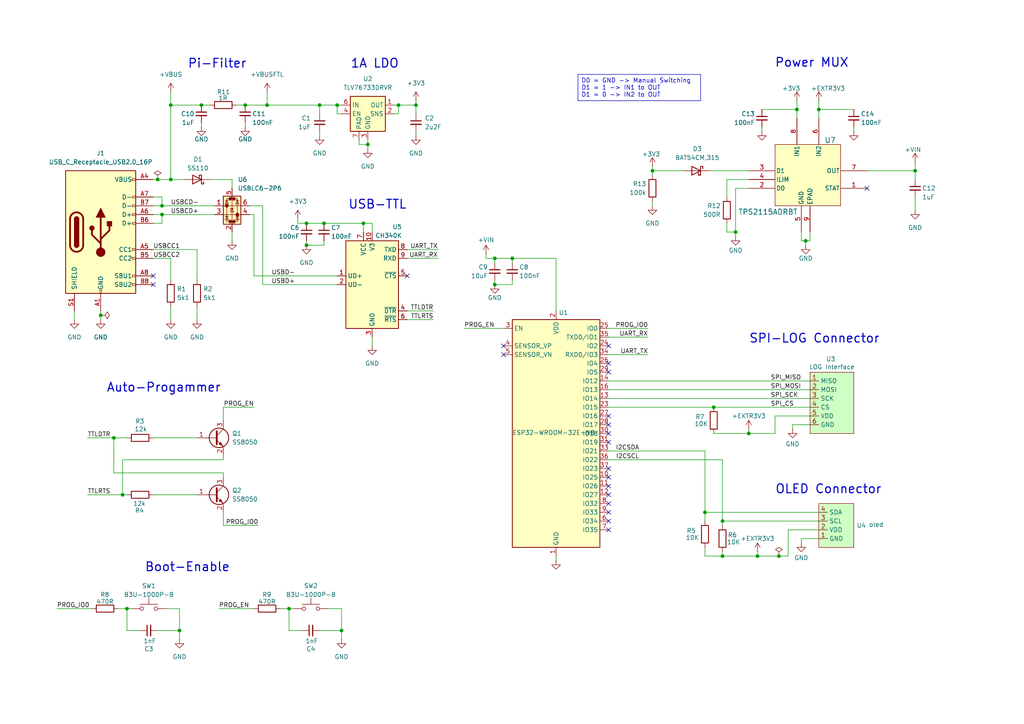
<source format=kicad_sch>
(kicad_sch (version 20250114) (generator "eeschema") (generator_version "9.0")
  (paper "A4")
  (text "SPI-LOG Connector" (at 236.22 98.298 0) (effects (font (size 2.54 2.54) (thickness 0.3175))))
  (text "Auto-Progammer\n" (at 47.498 112.522 0) (effects (font (size 2.54 2.54) (thickness 0.3175))))
  (text "OLED Connector\n" (at 240.284 141.986 0) (effects (font (size 2.54 2.54) (thickness 0.3175))))
  (text "USB-TTL" (at 109.474 59.436 0) (effects (font (size 2.54 2.54) (thickness 0.3175))))
  (text "Boot-Enable" (at 54.356 164.592 0) (effects (font (size 2.54 2.54) (thickness 0.3175))))
  (text "1A LDO" (at 108.712 18.542 0) (effects (font (size 2.54 2.54) (thickness 0.3175))))
  (text "Pi-Filter\n" (at 62.992 18.542 0) (effects (font (size 2.54 2.54) (thickness 0.3175))))
  (text "Power MUX" (at 235.458 18.288 0) (effects (font (size 2.54 2.54) (thickness 0.3175))))
  (text_box "D0 = GND -> Manual Switching\nD1 = 1 -> IN1 to OUT\nD1 = 0 -> IN2 to OUT" (at 167.64 21.59 0) (size 35.56 7.62) (margins 0.9525 0.9525 0.9525 0.9525) (effects (font (size 1.27 1.27)) (justify left top)))
  (junction (at 36.83 176.53))
  (junction (at 33.02 127))
  (junction (at 209.55 161.29))
  (junction (at 88.9 64.77))
  (junction (at 237.49 31.75))
  (junction (at 77.47 30.48))
  (junction (at 35.56 143.51))
  (junction (at 115.57 30.48))
  (junction (at 233.68 69.85))
  (junction (at 219.71 161.29))
  (junction (at 120.65 30.48))
  (junction (at 189.23 49.53))
  (junction (at 46.99 62.23))
  (junction (at 231.14 31.75))
  (junction (at 83.82 176.53))
  (junction (at 45.72 52.07))
  (junction (at 207.01 118.11))
  (junction (at 71.12 30.48))
  (junction (at 46.99 59.69))
  (junction (at 99.06 182.88))
  (junction (at 49.53 52.07))
  (junction (at 143.51 74.93))
  (junction (at 148.59 74.93))
  (junction (at 209.55 151.13))
  (junction (at 265.43 49.53))
  (junction (at 213.36 67.31))
  (junction (at 105.41 64.77))
  (junction (at 225.9185 161.29))
  (junction (at 143.51 82.55))
  (junction (at 88.9 71.12))
  (junction (at 49.53 30.48))
  (junction (at 93.98 64.77))
  (junction (at 52.07 182.88))
  (junction (at 97.79 30.48))
  (junction (at 29.21 91.44))
  (junction (at 217.17 125.73))
  (junction (at 106.68 41.91))
  (junction (at 92.71 30.48))
  (junction (at 204.47 148.59))
  (junction (at 58.42 30.48))
  (no_connect (at 176.53 146.05))
  (no_connect (at 176.53 120.65))
  (no_connect (at 44.45 82.55))
  (no_connect (at 118.11 80.01))
  (no_connect (at 176.53 138.43))
  (no_connect (at 176.53 148.59))
  (no_connect (at 176.53 135.89))
  (no_connect (at 176.53 100.33))
  (no_connect (at 176.53 143.51))
  (no_connect (at 176.53 125.73))
  (no_connect (at 176.53 128.27))
  (no_connect (at 176.53 151.13))
  (no_connect (at 176.53 107.95))
  (no_connect (at 176.53 123.19))
  (no_connect (at 44.45 80.01))
  (no_connect (at 251.46 54.61))
  (no_connect (at 176.53 153.67))
  (no_connect (at 176.53 105.41))
  (no_connect (at 146.05 100.33))
  (no_connect (at 146.05 102.87))
  (no_connect (at 176.53 140.97))
  (wire (pts (xy 233.68 71.12) (xy 233.68 69.85)))
  (wire (pts (xy 64.77 137.16) (xy 33.02 137.16)))
  (wire (pts (xy 36.83 176.53) (xy 38.1 176.53)))
  (wire (pts (xy 232.41 156.21) (xy 237.49 156.21)))
  (wire (pts (xy 52.07 182.88) (xy 52.07 185.42)))
  (wire (pts (xy 45.72 52.07) (xy 49.53 52.07)))
  (wire (pts (xy 204.47 130.81) (xy 204.47 148.59)))
  (wire (pts (xy 204.47 130.81) (xy 176.53 130.81)))
  (wire (pts (xy 46.99 62.23) (xy 62.23 62.23)))
  (wire (pts (xy 232.41 67.31) (xy 232.41 69.85)))
  (wire (pts (xy 44.45 57.15) (xy 46.99 57.15)))
  (wire (pts (xy 88.9 64.77) (xy 93.98 64.77)))
  (wire (pts (xy 36.83 182.88) (xy 36.83 176.53)))
  (wire (pts (xy 64.77 132.08) (xy 64.77 133.35)))
  (wire (pts (xy 58.42 35.56) (xy 58.42 36.83)))
  (wire (pts (xy 106.68 41.91) (xy 106.68 43.18)))
  (wire (pts (xy 64.77 148.59) (xy 64.77 152.4)))
  (wire (pts (xy 209.55 133.35) (xy 176.53 133.35)))
  (wire (pts (xy 25.4 143.51) (xy 35.56 143.51)))
  (wire (pts (xy 21.59 90.17) (xy 21.59 92.71)))
  (wire (pts (xy 93.98 69.85) (xy 93.98 71.12)))
  (wire (pts (xy 57.15 88.9) (xy 57.15 92.71)))
  (wire (pts (xy 44.45 52.07) (xy 45.72 52.07)))
  (wire (pts (xy 234.95 67.31) (xy 234.95 69.85)))
  (wire (pts (xy 52.07 176.53) (xy 48.26 176.53)))
  (wire (pts (xy 49.53 88.9) (xy 49.53 92.71)))
  (wire (pts (xy 97.79 33.02) (xy 97.79 30.48)))
  (wire (pts (xy 205.74 49.53) (xy 217.17 49.53)))
  (wire (pts (xy 210.82 52.07) (xy 210.82 57.15)))
  (wire (pts (xy 234.95 123.19) (xy 229.87 123.19)))
  (wire (pts (xy 16.51 176.53) (xy 26.67 176.53)))
  (wire (pts (xy 44.45 127) (xy 57.15 127)))
  (wire (pts (xy 49.53 30.48) (xy 58.42 30.48)))
  (wire (pts (xy 99.06 176.53) (xy 95.25 176.53)))
  (wire (pts (xy 189.23 48.26) (xy 189.23 49.53)))
  (wire (pts (xy 73.66 62.23) (xy 73.66 80.01)))
  (wire (pts (xy 148.59 82.55) (xy 143.51 82.55)))
  (wire (pts (xy 107.95 64.77) (xy 105.41 64.77)))
  (wire (pts (xy 105.41 64.77) (xy 93.98 64.77)))
  (wire (pts (xy 64.77 118.11) (xy 73.66 118.11)))
  (wire (pts (xy 64.77 133.35) (xy 35.56 133.35)))
  (wire (pts (xy 49.53 26.67) (xy 49.53 30.48)))
  (wire (pts (xy 143.51 74.93) (xy 143.51 76.2)))
  (wire (pts (xy 44.45 143.51) (xy 57.15 143.51)))
  (wire (pts (xy 118.11 72.39) (xy 127 72.39)))
  (wire (pts (xy 209.55 133.35) (xy 209.55 151.13)))
  (wire (pts (xy 229.87 123.19) (xy 229.87 124.46)))
  (wire (pts (xy 86.36 64.77) (xy 88.9 64.77)))
  (wire (pts (xy 35.56 143.51) (xy 36.83 143.51)))
  (wire (pts (xy 105.41 67.31) (xy 105.41 64.77)))
  (wire (pts (xy 72.39 62.23) (xy 73.66 62.23)))
  (wire (pts (xy 232.41 69.85) (xy 233.68 69.85)))
  (wire (pts (xy 161.29 161.29) (xy 161.29 162.56)))
  (wire (pts (xy 237.49 31.75) (xy 237.49 34.29)))
  (wire (pts (xy 114.3 30.48) (xy 115.57 30.48)))
  (wire (pts (xy 92.71 30.48) (xy 97.79 30.48)))
  (wire (pts (xy 231.14 29.21) (xy 231.14 31.75)))
  (wire (pts (xy 68.58 30.48) (xy 71.12 30.48)))
  (wire (pts (xy 34.29 176.53) (xy 36.83 176.53)))
  (wire (pts (xy 161.29 74.93) (xy 148.59 74.93)))
  (wire (pts (xy 148.59 74.93) (xy 148.59 76.2)))
  (wire (pts (xy 104.14 41.91) (xy 106.68 41.91)))
  (wire (pts (xy 73.66 80.01) (xy 97.79 80.01)))
  (wire (pts (xy 83.82 176.53) (xy 85.09 176.53)))
  (wire (pts (xy 49.53 74.93) (xy 49.53 81.28)))
  (wire (pts (xy 118.11 92.71) (xy 125.73 92.71)))
  (wire (pts (xy 58.42 30.48) (xy 60.96 30.48)))
  (wire (pts (xy 225.9185 161.29) (xy 228.6 161.29)))
  (wire (pts (xy 64.77 152.4) (xy 74.93 152.4)))
  (wire (pts (xy 71.12 30.48) (xy 77.47 30.48)))
  (wire (pts (xy 207.01 118.11) (xy 234.95 118.11)))
  (wire (pts (xy 33.02 127) (xy 36.83 127)))
  (wire (pts (xy 118.11 90.17) (xy 125.73 90.17)))
  (wire (pts (xy 120.65 29.21) (xy 120.65 30.48)))
  (wire (pts (xy 176.53 97.79) (xy 187.96 97.79)))
  (wire (pts (xy 33.02 127) (xy 33.02 137.16)))
  (wire (pts (xy 265.43 49.53) (xy 265.43 52.07)))
  (wire (pts (xy 72.39 59.69) (xy 76.2 59.69)))
  (wire (pts (xy 99.06 182.88) (xy 99.06 176.53)))
  (wire (pts (xy 140.97 74.93) (xy 143.51 74.93)))
  (wire (pts (xy 29.21 91.44) (xy 29.21 92.71)))
  (wire (pts (xy 247.65 36.83) (xy 247.65 38.1)))
  (wire (pts (xy 207.01 125.73) (xy 217.17 125.73)))
  (wire (pts (xy 176.53 95.25) (xy 187.96 95.25)))
  (wire (pts (xy 92.71 39.37) (xy 92.71 38.1)))
  (wire (pts (xy 148.59 81.28) (xy 148.59 82.55)))
  (wire (pts (xy 97.79 30.48) (xy 99.06 30.48)))
  (wire (pts (xy 104.14 40.64) (xy 104.14 41.91)))
  (wire (pts (xy 93.98 71.12) (xy 88.9 71.12)))
  (wire (pts (xy 217.17 124.46) (xy 217.17 125.73)))
  (wire (pts (xy 60.96 52.07) (xy 67.31 52.07)))
  (wire (pts (xy 143.51 81.28) (xy 143.51 82.55)))
  (wire (pts (xy 204.47 148.59) (xy 204.47 151.13)))
  (wire (pts (xy 115.57 30.48) (xy 120.65 30.48)))
  (wire (pts (xy 67.31 67.31) (xy 67.31 69.85)))
  (wire (pts (xy 44.45 74.93) (xy 49.53 74.93)))
  (wire (pts (xy 76.2 82.55) (xy 97.79 82.55)))
  (wire (pts (xy 204.47 158.75) (xy 204.47 161.29)))
  (wire (pts (xy 161.29 90.17) (xy 161.29 74.93)))
  (wire (pts (xy 209.55 161.29) (xy 219.71 161.29)))
  (wire (pts (xy 176.53 115.57) (xy 234.95 115.57)))
  (wire (pts (xy 46.99 59.69) (xy 62.23 59.69)))
  (wire (pts (xy 115.57 33.02) (xy 115.57 30.48)))
  (wire (pts (xy 134.62 95.25) (xy 146.05 95.25)))
  (wire (pts (xy 217.17 54.61) (xy 213.36 54.61)))
  (wire (pts (xy 232.41 157.48) (xy 232.41 156.21)))
  (wire (pts (xy 25.4 127) (xy 33.02 127)))
  (wire (pts (xy 210.82 52.07) (xy 217.17 52.07)))
  (wire (pts (xy 213.36 68.58) (xy 213.36 67.31)))
  (wire (pts (xy 204.47 148.59) (xy 237.49 148.59)))
  (wire (pts (xy 77.47 26.67) (xy 77.47 30.48)))
  (wire (pts (xy 176.53 118.11) (xy 207.01 118.11)))
  (wire (pts (xy 220.98 36.83) (xy 220.98 38.1)))
  (wire (pts (xy 114.3 33.02) (xy 115.57 33.02)))
  (wire (pts (xy 64.77 138.43) (xy 64.77 137.16)))
  (wire (pts (xy 35.56 133.35) (xy 35.56 143.51)))
  (wire (pts (xy 176.53 110.49) (xy 234.95 110.49)))
  (wire (pts (xy 210.82 67.31) (xy 213.36 67.31)))
  (wire (pts (xy 88.9 69.85) (xy 88.9 71.12)))
  (wire (pts (xy 77.47 30.48) (xy 92.71 30.48)))
  (wire (pts (xy 176.53 113.03) (xy 234.95 113.03)))
  (wire (pts (xy 44.45 64.77) (xy 46.99 64.77)))
  (wire (pts (xy 92.71 182.88) (xy 99.06 182.88)))
  (wire (pts (xy 86.36 63.5) (xy 86.36 64.77)))
  (wire (pts (xy 189.23 58.42) (xy 189.23 59.69)))
  (wire (pts (xy 204.47 161.29) (xy 209.55 161.29)))
  (wire (pts (xy 217.17 125.73) (xy 224.79 125.73)))
  (wire (pts (xy 224.79 120.65) (xy 234.95 120.65)))
  (wire (pts (xy 46.99 57.15) (xy 46.99 59.69)))
  (wire (pts (xy 99.06 33.02) (xy 97.79 33.02)))
  (wire (pts (xy 83.82 182.88) (xy 83.82 176.53)))
  (wire (pts (xy 228.6 153.67) (xy 228.6 161.29)))
  (wire (pts (xy 63.5 176.53) (xy 73.66 176.53)))
  (wire (pts (xy 237.49 153.67) (xy 228.6 153.67)))
  (wire (pts (xy 44.45 59.69) (xy 46.99 59.69)))
  (wire (pts (xy 224.79 120.65) (xy 224.79 125.73)))
  (wire (pts (xy 67.31 52.07) (xy 67.31 54.61)))
  (wire (pts (xy 237.49 29.21) (xy 237.49 31.75)))
  (wire (pts (xy 140.97 73.66) (xy 140.97 74.93)))
  (wire (pts (xy 189.23 50.8) (xy 189.23 49.53)))
  (wire (pts (xy 49.53 52.07) (xy 53.34 52.07)))
  (wire (pts (xy 209.55 160.02) (xy 209.55 161.29)))
  (wire (pts (xy 45.72 182.88) (xy 52.07 182.88)))
  (wire (pts (xy 76.2 59.69) (xy 76.2 82.55)))
  (wire (pts (xy 251.46 49.53) (xy 265.43 49.53)))
  (wire (pts (xy 57.15 72.39) (xy 57.15 81.28)))
  (wire (pts (xy 81.28 176.53) (xy 83.82 176.53)))
  (wire (pts (xy 106.68 40.64) (xy 106.68 41.91)))
  (wire (pts (xy 143.51 74.93) (xy 148.59 74.93)))
  (wire (pts (xy 189.23 49.53) (xy 198.12 49.53)))
  (wire (pts (xy 220.98 31.75) (xy 231.14 31.75)))
  (wire (pts (xy 29.21 90.17) (xy 29.21 91.44)))
  (wire (pts (xy 99.06 182.88) (xy 99.06 185.42)))
  (wire (pts (xy 44.45 62.23) (xy 46.99 62.23)))
  (wire (pts (xy 71.12 35.56) (xy 71.12 36.83)))
  (wire (pts (xy 234.95 69.85) (xy 233.68 69.85)))
  (wire (pts (xy 46.99 64.77) (xy 46.99 62.23)))
  (wire (pts (xy 219.71 161.29) (xy 225.9185 161.29)))
  (wire (pts (xy 247.65 31.75) (xy 237.49 31.75)))
  (wire (pts (xy 118.11 74.93) (xy 127 74.93)))
  (wire (pts (xy 209.55 151.13) (xy 237.49 151.13)))
  (wire (pts (xy 64.77 121.92) (xy 64.77 118.11)))
  (wire (pts (xy 49.53 30.48) (xy 49.53 52.07)))
  (wire (pts (xy 265.43 46.99) (xy 265.43 49.53)))
  (wire (pts (xy 219.71 160.02) (xy 219.71 161.29)))
  (wire (pts (xy 231.14 31.75) (xy 231.14 34.29)))
  (wire (pts (xy 120.65 38.1) (xy 120.65 39.37)))
  (wire (pts (xy 209.55 151.13) (xy 209.55 152.4)))
  (wire (pts (xy 107.95 97.79) (xy 107.95 100.33)))
  (wire (pts (xy 120.65 30.48) (xy 120.65 33.02)))
  (wire (pts (xy 52.07 182.88) (xy 52.07 176.53)))
  (wire (pts (xy 213.36 54.61) (xy 213.36 67.31)))
  (wire (pts (xy 210.82 64.77) (xy 210.82 67.31)))
  (wire (pts (xy 92.71 30.48) (xy 92.71 33.02)))
  (wire (pts (xy 176.53 102.87) (xy 187.96 102.87)))
  (wire (pts (xy 265.43 57.15) (xy 265.43 60.96)))
  (wire (pts (xy 107.95 67.31) (xy 107.95 64.77)))
  (wire (pts (xy 87.63 182.88) (xy 83.82 182.88)))
  (wire (pts (xy 40.64 182.88) (xy 36.83 182.88)))
  (wire (pts (xy 44.45 72.39) (xy 57.15 72.39)))
  (label "USBCC2" (at 44.45 74.93 0))
  (label "SPI_MOSI" (at 223.52 113.03 0))
  (label "UART_RX" (at 187.96 97.79 180))
  (label "I2CSCL" (at 185.42 133.35 180))
  (label "UART_TX" (at 187.96 102.87 180))
  (label "TTLDTR" (at 125.73 90.17 180))
  (label "I2CSDA" (at 185.42 130.81 180))
  (label "USBCC1" (at 44.45 72.39 0))
  (label "TTLRTS" (at 125.73 92.71 180))
  (label "USBD+" (at 78.74 82.55 0))
  (label "USBCD+" (at 49.53 62.23 0))
  (label "PROG_EN" (at 134.62 95.25 0))
  (label "PROG_IO0" (at 16.51 176.53 0))
  (label "PROG_IO0" (at 187.96 95.25 180))
  (label "SPI_CS" (at 223.52 118.11 0))
  (label "USBCD-" (at 49.53 59.69 0))
  (label "UART_RX" (at 127 74.93 180))
  (label "USBD-" (at 78.74 80.01 0))
  (label "PROG_EN" (at 63.5 176.53 0))
  (label "PROG_IO0" (at 74.93 152.4 180))
  (label "SPI_MISO" (at 223.52 110.49 0))
  (label "PROG_EN" (at 73.66 118.11 180))
  (label "TTLRTS" (at 25.4 143.51 0))
  (label "UART_TX" (at 127 72.39 180))
  (label "SPI_SCK" (at 223.52 115.57 0))
  (label "TTLDTR" (at 25.4 127 0))
  (symbol (lib_id "power:GND") (at 71.12 36.83 0) (unit 1)
    (property "Reference" "#PWR024" (effects (hide yes)))
    (property "Value" "GND" (at 71.12 40.386 0))
    (property "Description" "Power symbol creates a global label with name \"GND\" , ground" (effects (hide yes)))
  )
  (symbol (lib_id "Device:R") (at 210.82 60.96 0) (mirror y) (unit 1)
    (property "Reference" "R12" (at 209.042 59.69 0) (effects (justify left)))
    (property "Value" "500R" (at 209.042 62.23 0) (effects (justify left)))
    (property "Footprint" "Resistor_SMD:R_0402_1005Metric_Pad0.72x0.64mm_HandSolder" (effects (hide yes)))
    (property "Datasheet" "https://www.yageogroup.com/content/datasheet/asset/file/PYU-RT_1-TO-0-01_ROHS_L" (effects (hide yes)))
    (property "Description" "RES 500 OHM 1% 1/16W 0402" (effects (hide yes)))
    (property "PRT.NUM" "RT0402FRE07500RL" (effects (hide yes)))
    (property "JLC.NUM" "C6460545" (effects (hide yes)))
  )
  (symbol (lib_id "Device:R") (at 204.47 154.94 0) (unit 1)
    (property "Reference" "R5" (at 199.136 153.924 0) (effects (justify left)))
    (property "Value" "10K" (at 198.882 155.956 0) (effects (justify left)))
    (property "Footprint" "Resistor_SMD:R_0402_1005Metric_Pad0.72x0.64mm_HandSolder" (effects (hide yes)))
    (property "Datasheet" "https://jlcpcb.com/api/file/downloadByFileSystemAccessId/8588894495601123328" (effects (hide yes)))
    (property "Description" "10 kOhms ±5% 0.063W, 1/16W Chip Resistor 0402 (1005 Metric) Moisture Resistant Thick Film" (effects (hide yes)))
    (property "PRT.NUM" "RC0402JR-0710KL" (effects (hide yes)))
    (property "JLC.NUM" "C60489" (effects (hide yes)))
  )
  (symbol (lib_id "Device:D_Schottky") (at 201.93 49.53 0) (mirror y) (unit 1)
    (property "Reference" "D3" (at 202.2475 43.18 0))
    (property "Value" "BAT54CM,315" (at 202.2475 45.72 0))
    (property "Footprint" "Package_DFN_QFN:Diodes_DFN1006-3" (effects (hide yes)))
    (property "Datasheet" "https://jlcpcb.com/api/file/downloadByFileSystemAccessId/8588913782378258432" (effects (hide yes)))
    (property "Description" "DIODE ARR SCHOT 30V 200MA SOT883" (effects (hide yes)))
    (property "PRT.NUM" "BAT54CM,315" (effects (hide yes)))
    (property "JLC.NUM" "C549275" (effects (hide yes)))
  )
  (symbol (lib_id "Device:C_Small") (at 220.98 34.29 0) (mirror y) (unit 1)
    (property "Reference" "C13" (at 218.948 33.02 0) (effects (justify left)))
    (property "Value" "100nF" (at 218.948 35.56 0) (effects (justify left)))
    (property "Footprint" "Capacitor_SMD:C_0603_1608Metric_Pad1.08x0.95mm_HandSolder" (effects (hide yes)))
    (property "Datasheet" "https://jlcpcb.com/api/file/downloadByFileSystemAccessId/8586178151450230784" (effects (hide yes)))
    (property "Description" "0.1 µF -20%, +80% 50V Ceramic Capacitor Y5V (F) 0603 (1608 Metric)" (effects (hide yes)))
    (property "PRT.NUM" "CL10F104ZB8NNNC" (effects (hide yes)))
    (property "JLC.NUM" "C1688" (effects (hide yes)))
  )
  (symbol (lib_id "power:GND") (at 67.31 69.85 0) (unit 1)
    (property "Reference" "#PWR09" (effects (hide yes)))
    (property "Value" "GND" (at 67.31 74.93 0))
    (property "Description" "Power symbol creates a global label with name \"GND\" , ground" (effects (hide yes)))
  )
  (symbol (lib_id "Device:C_Small") (at 43.18 182.88 90) (unit 1)
    (property "Reference" "C3" (at 43.18 188.214 90))
    (property "Value" "1nF" (at 43.434 185.928 90))
    (property "Footprint" "Capacitor_SMD:C_0603_1608Metric_Pad1.08x0.95mm_HandSolder" (effects (hide yes)))
    (property "Datasheet" "https://jlcpcb.com/api/file/downloadByFileSystemAccessId/8579706978448228352" (effects (hide yes)))
    (property "Description" "1000 pF ±10% 50V Ceramic Capacitor X7R 0603 (1608 Metric)" (effects (hide yes)))
    (property "PRT.NUM" "CL10B102KB8NNNC" (effects (hide yes)))
    (property "JLC.NUM" "C1588" (effects (hide yes)))
  )
  (symbol (lib_id "power:GND") (at 229.87 124.46 0) (unit 1)
    (property "Reference" "#PWR08" (effects (hide yes)))
    (property "Value" "GND" (at 229.87 128.778 0))
    (property "Description" "Power symbol creates a global label with name \"GND\" , ground" (effects (hide yes)))
  )
  (symbol (lib_id "power:PWR_FLAG") (at 225.9185 161.29 0) (unit 1)
    (property "Reference" "#FLG03" (effects (hide yes)))
    (property "Value" "PWR_FLAG" (effects (hide yes)))
    (property "Description" "Special symbol for telling ERC where power comes from" (effects (hide yes)))
  )
  (symbol (lib_id "power:+1V0") (at 231.14 29.21 0) (unit 1)
    (property "Reference" "#PWR032" (effects (hide yes)))
    (property "Value" "+3V3" (at 226.822 25.654 0) (effects (justify left)))
    (property "Description" "Power symbol creates a global label with name \"+1V0\"" (effects (hide yes)))
  )
  (symbol (lib_id "power:+1V0") (at 120.65 29.21 0) (unit 1)
    (property "Reference" "#PWR015" (effects (hide yes)))
    (property "Value" "+3V3" (at 120.65 24.13 0))
    (property "Description" "Power symbol creates a global label with name \"+1V0\"" (effects (hide yes)))
  )
  (symbol (lib_id "Diode:SS110") (at 57.15 52.07 180) (unit 1)
    (property "Reference" "D1" (at 57.404 46.228 0))
    (property "Value" "SS110" (at 57.404 48.768 0))
    (property "Footprint" "Diode_SMD:D_SMA" (effects (hide yes)))
    (property "Datasheet" "https://www.smc-diodes.com/propdf/SS12-SS110%20N0229%20REV.C.pdf" (effects (hide yes)))
    (property "Description" "100V 1A Schottky Diode, SMA" (effects (hide yes)))
    (property "PRT.NUM" "SS110-A" (effects (hide yes)))
    (property "JLC.NUM" "C143192" (effects (hide yes)))
  )
  (symbol (lib_id "power:GND") (at 161.29 162.56 0) (unit 1)
    (property "Reference" "#PWR019" (effects (hide yes)))
    (property "Value" "GND" (effects (hide yes)))
    (property "Description" "Power symbol creates a global label with name \"GND\" , ground" (effects (hide yes)))
  )
  (symbol (lib_id "Device:C_Small") (at 71.12 33.02 0) (unit 1)
    (property "Reference" "C11" (at 73.152 33.02 0) (effects (justify left)))
    (property "Value" "100nF" (at 73.152 35.56 0) (effects (justify left)))
    (property "Footprint" "Capacitor_SMD:C_0603_1608Metric_Pad1.08x0.95mm_HandSolder" (effects (hide yes)))
    (property "Datasheet" "https://jlcpcb.com/api/file/downloadByFileSystemAccessId/8586178151450230784" (effects (hide yes)))
    (property "Description" "0.1 µF -20%, +80% 50V Ceramic Capacitor Y5V (F) 0603 (1608 Metric)" (effects (hide yes)))
    (property "PRT.NUM" "CL10F104ZB8NNNC" (effects (hide yes)))
    (property "JLC.NUM" "C1688" (effects (hide yes)))
  )
  (symbol (lib_id "Regulator_Linear:TLV76733DRVx") (at 106.68 33.02 0) (unit 1)
    (property "Reference" "U2" (at 106.68 22.86 0))
    (property "Value" "TLV76733DRVR" (at 106.68 25.4 0))
    (property "Footprint" "Package_SON:WSON-6-1EP_2x2mm_P0.65mm_EP1x1.6mm" (effects (hide yes)))
    (property "Datasheet" "https://www.ti.com/lit/ds/symlink/tlv767.pdf?HQS=dis-dk-null-digikeymode-dsf-pf-null-wwe&ts=1764778666365&ref_url=https%253A%252F%252Fwww.ti.com%252Fgeneral%252Fdocs%252Fsuppproductinfo.tsp%253FdistId%253D10%2526gotoUrl%253Dhttps%253A%252F%252Fwww.ti.com%252Flit%252Fgpn%252Ftlv767" (effects (hide yes)))
    (property "Description" "1A Precision Linear Voltage Regulator, with enable pin, Fixed Output 3.3V, WSON6" (effects (hide yes)))
    (property "PRT.NUM" "TLV76733DRVR" (effects (hide yes)))
  )
  (symbol (lib_id "Device:R") (at 77.47 176.53 90) (unit 1)
    (property "Reference" "R9" (at 78.74 172.466 90) (effects (justify left)))
    (property "Value" "470R" (at 80.01 174.498 90) (effects (justify left)))
    (property "Footprint" "Resistor_SMD:R_0402_1005Metric_Pad0.72x0.64mm_HandSolder" (effects (hide yes)))
    (property "Datasheet" "https://jlcpcb.com/api/file/downloadByFileSystemAccessId/8588899024552538112" (effects (hide yes)))
    (property "Description" "470 Ohms ±5% 0.063W, 1/16W Chip Resistor 0402 (1005 Metric) Moisture Resistant Thick Film" (effects (hide yes)))
    (property "PRT.NUM" "RC0402JR-07470RL" (effects (hide yes)))
    (property "JLC.NUM" "C114949" (effects (hide yes)))
  )
  (symbol (lib_id "power:+1V0") (at 237.49 29.21 0) (unit 1)
    (property "Reference" "#PWR033" (effects (hide yes)))
    (property "Value" "+EXTR3V3" (at 235.204 25.654 0) (effects (justify left)))
    (property "Description" "Power symbol creates a global label with name \"+1V0\"" (effects (hide yes)))
  )
  (symbol (lib_id "Device:C_Small") (at 143.51 78.74 0) (mirror y) (unit 1)
    (property "Reference" "C9" (at 141.478 77.47 0) (effects (justify left)))
    (property "Value" "10uF" (at 141.478 80.01 0) (effects (justify left)))
    (property "Footprint" "Capacitor_SMD:C_0603_1608Metric_Pad1.08x0.95mm_HandSolder" (effects (hide yes)))
    (property "Datasheet" "https://jlcpcb.com/api/file/downloadByFileSystemAccessId/8579707107920437248" (effects (hide yes)))
    (property "Description" "10 µF ±10% 10V Ceramic Capacitor X5R 0603 (1608 Metric)" (effects (hide yes)))
    (property "PRT.NUM" "CL10A106KP8NNNC" (effects (hide yes)))
    (property "JLC.NUM" "C19702" (effects (hide yes)))
  )
  (symbol (lib_id "Device:R") (at 49.53 85.09 0) (unit 1)
    (property "Reference" "R1" (at 51.308 83.82 0) (effects (justify left)))
    (property "Value" "5k1" (at 51.308 86.36 0) (effects (justify left)))
    (property "Footprint" "Resistor_SMD:R_0402_1005Metric_Pad0.72x0.64mm_HandSolder" (effects (hide yes)))
    (property "Datasheet" "https://jlcpcb.com/api/file/downloadByFileSystemAccessId/8588898617520635904" (effects (hide yes)))
    (property "Description" "5.1 kOhms ±1% 0.063W, 1/16W Chip Resistor 0402 (1005 Metric) Moisture Resistant Thick Film" (effects (hide yes)))
    (property "PRT.NUM" "RC0402FR-075K1L" (effects (hide yes)))
    (property "JLC.NUM" "C105872" (effects (hide yes)))
  )
  (symbol (lib_id "power:GND") (at 213.36 68.58 0) (unit 1)
    (property "Reference" "#PWR027" (effects (hide yes)))
    (property "Value" "GND" (at 213.36 72.644 0))
    (property "Description" "Power symbol creates a global label with name \"GND\" , ground" (effects (hide yes)))
  )
  (symbol (lib_id "power:GND") (at 99.06 185.42 0) (unit 1)
    (property "Reference" "#PWR018" (effects (hide yes)))
    (property "Value" "GND" (at 99.06 190.5 0))
    (property "Description" "Power symbol creates a global label with name \"GND\" , ground" (effects (hide yes)))
  )
  (symbol (lib_id "power:+1V0") (at 86.36 63.5 0) (unit 1)
    (property "Reference" "#PWR016" (effects (hide yes)))
    (property "Value" "+3V3" (at 86.36 58.42 0))
    (property "Description" "Power symbol creates a global label with name \"+1V0\"" (effects (hide yes)))
  )
  (symbol (lib_id "power:+1V0") (at 219.71 160.02 0) (unit 1)
    (property "Reference" "#PWR05" (effects (hide yes)))
    (property "Value" "+EXTR3V3" (at 219.71 156.21 0))
    (property "Description" "Power symbol creates a global label with name \"+1V0\"" (effects (hide yes)))
  )
  (symbol (lib_id "power:GND") (at 57.15 92.71 0) (unit 1)
    (property "Reference" "#PWR06" (effects (hide yes)))
    (property "Value" "GND" (at 57.15 97.79 0))
    (property "Description" "Power symbol creates a global label with name \"GND\" , ground" (effects (hide yes)))
  )
  (symbol (lib_id "logger:oled") (at 242.57 152.4 0) (mirror y) (unit 1)
    (property "Reference" "U4" (at 251.206 152.4 0) (effects (justify left)))
    (property "Value" "oled" (at 256.286 152.146 0) (effects (justify left)))
  )
  (symbol (lib_id "power:GND") (at 52.07 185.42 0) (unit 1)
    (property "Reference" "#PWR017" (effects (hide yes)))
    (property "Value" "GND" (at 52.07 190.5 0))
    (property "Description" "Power symbol creates a global label with name \"GND\" , ground" (effects (hide yes)))
  )
  (symbol (lib_id "Power Management Custom:TPS2115ADRBT") (at 224.79 41.91 0) (unit 1)
    (property "Reference" "U7" (at 240.792 40.64 0) (effects (font (size 1.524 1.524))))
    (property "Value" "TPS2115ADRBT" (at 222.758 61.468 0) (effects (font (size 1.524 1.524))))
    (property "Footprint" "Power Management:DRB8_2P4X1P65" (effects (hide yes)))
    (property "Datasheet" "https://www.ti.com/lit/gpn/tps2115a" (effects (hide yes)))
    (property "Description" "-40℃~+85℃ 1 2.8V~5.5V 2A 84mΩ Active High Load Switch Over Temperature Protection SON-8(3x3) Power Distribution Switches ROHS" (effects (hide yes)))
    (property "PRT.NUM" "TPS2115ADRBT" (effects (hide yes)))
    (property "JLC.NUM" "C2863458" (effects (hide yes)))
  )
  (symbol (lib_id "power:GND") (at 92.71 39.37 0) (unit 1)
    (property "Reference" "#PWR013" (effects (hide yes)))
    (property "Value" "GND" (at 92.71 44.45 0))
    (property "Description" "Power symbol creates a global label with name \"GND\" , ground" (effects (hide yes)))
  )
  (symbol (lib_id "Device:C_Small") (at 90.17 182.88 90) (unit 1)
    (property "Reference" "C4" (at 90.17 188.214 90))
    (property "Value" "1nF" (at 90.424 185.928 90))
    (property "Footprint" "Capacitor_SMD:C_0603_1608Metric_Pad1.08x0.95mm_HandSolder" (effects (hide yes)))
    (property "Datasheet" "https://jlcpcb.com/api/file/downloadByFileSystemAccessId/8579706978448228352" (effects (hide yes)))
    (property "Description" "1000 pF ±10% 50V Ceramic Capacitor X7R 0603 (1608 Metric)" (effects (hide yes)))
    (property "PRT.NUM" "CL10B102KB8NNNC" (effects (hide yes)))
    (property "JLC.NUM" "C1588" (effects (hide yes)))
  )
  (symbol (lib_id "power:GND") (at 143.51 82.55 0) (unit 1)
    (property "Reference" "#PWR023" (effects (hide yes)))
    (property "Value" "GND" (at 143.51 86.36 0))
    (property "Description" "Power symbol creates a global label with name \"GND\" , ground" (effects (hide yes)))
  )
  (symbol (lib_id "power:GND") (at 265.43 60.96 0) (unit 1)
    (property "Reference" "#PWR029" (effects (hide yes)))
    (property "Value" "GND" (at 265.43 66.04 0))
    (property "Description" "Power symbol creates a global label with name \"GND\" , ground" (effects (hide yes)))
  )
  (symbol (lib_id "Switch:SW_Push") (at 43.18 176.53 0) (unit 1)
    (property "Reference" "SW1" (at 43.18 169.926 0))
    (property "Value" "B3U-1000P-B" (at 43.18 172.466 0))
    (property "Footprint" "Button_Switch_SMD:SW_SPST_B3U-1000P-B" (effects (hide yes)))
    (property "Datasheet" "https://omronfs.omron.com/en_US/ecb/products/pdf/en-b3u.pdf" (effects (hide yes)))
    (property "Description" "Tactile Switch SPST-NO Top Actuated Surface Mount" (effects (hide yes)))
    (property "PRT.NUM" "B3U-1000P" (effects (hide yes)))
    (property "JLC.NUM" "C231329" (effects (hide yes)))
  )
  (symbol (lib_id "Device:C_Small") (at 265.43 54.61 0) (unit 1)
    (property "Reference" "C12" (at 267.462 54.61 0) (effects (justify left)))
    (property "Value" "1uF" (at 267.462 57.15 0) (effects (justify left)))
    (property "Footprint" "Capacitor_SMD:C_0603_1608Metric_Pad1.08x0.95mm_HandSolder" (effects (hide yes)))
    (property "Datasheet" "https://jlcpcb.com/api/file/downloadByFileSystemAccessId/8586178934308548608" (effects (hide yes)))
    (property "Description" "1 µF ±10% 10V Ceramic Capacitor X7R 0603 (1608 Metric)" (effects (hide yes)))
    (property "PRT.NUM" "CL10B105KP8NNNC" (effects (hide yes)))
    (property "JLC.NUM" "C95843" (effects (hide yes)))
  )
  (symbol (lib_id "power:GND") (at 88.9 71.12 0) (unit 1)
    (property "Reference" "#PWR021" (effects (hide yes)))
    (property "Value" "GND" (at 88.9 76.2 0))
    (property "Description" "Power symbol creates a global label with name \"GND\" , ground" (effects (hide yes)))
  )
  (symbol (lib_id "power:+1V0") (at 265.43 46.99 0) (unit 1)
    (property "Reference" "#PWR036" (effects (hide yes)))
    (property "Value" "+VIN" (at 262.382 43.434 0) (effects (justify left)))
    (property "Description" "Power symbol creates a global label with name \"+1V0\"" (effects (hide yes)))
  )
  (symbol (lib_id "power:+1V0") (at 49.53 26.67 0) (unit 1)
    (property "Reference" "#PWR010" (effects (hide yes)))
    (property "Value" "+VBUS" (at 49.53 21.59 0))
    (property "Description" "Power symbol creates a global label with name \"+1V0\"" (effects (hide yes)))
  )
  (symbol (lib_id "Transistor_BJT:SS8050") (at 62.23 143.51 0) (unit 1)
    (property "Reference" "Q2" (at 67.31 142.2399 0) (effects (justify left)))
    (property "Value" "SS8050" (at 67.31 144.7799 0) (effects (justify left)))
    (property "Footprint" "Package_TO_SOT_SMD:SOT-23" (effects (hide yes)))
    (property "Datasheet" "http://www.secosgmbh.com/datasheet/products/SSMPTransistor/SOT-23/SS8050.pdf" (effects (hide yes)))
    (property "Description" "1 NPN 1.5A 100nA 120MHz 200@100mA,1V 25V 350mW 500mV@800mA,80mA 6V NPN SOT-23 Bipolar (BJT) ROHS" (effects (hide yes)))
    (property "PRT.NUM" "SS8050" (effects (hide yes)))
    (property "JLC.NUM" "C111765" (effects (hide yes)))
  )
  (symbol (lib_id "power:GND") (at 189.23 59.69 0) (unit 1)
    (property "Reference" "#PWR034" (effects (hide yes)))
    (property "Value" "GND" (at 189.23 64.77 0))
    (property "Description" "Power symbol creates a global label with name \"GND\" , ground" (effects (hide yes)))
  )
  (symbol (lib_id "Device:C_Small") (at 93.98 67.31 0) (unit 1)
    (property "Reference" "C7" (at 96.012 66.04 0) (effects (justify left)))
    (property "Value" "100nF" (at 96.012 68.58 0) (effects (justify left)))
    (property "Footprint" "Capacitor_SMD:C_0603_1608Metric_Pad1.08x0.95mm_HandSolder" (effects (hide yes)))
    (property "Datasheet" "https://jlcpcb.com/api/file/downloadByFileSystemAccessId/8586178151450230784" (effects (hide yes)))
    (property "Description" "0.1 µF -20%, +80% 50V Ceramic Capacitor Y5V (F) 0603 (1608 Metric)" (effects (hide yes)))
    (property "PRT.NUM" "CL10F104ZB8NNNC" (effects (hide yes)))
    (property "JLC.NUM" "C1688" (effects (hide yes)))
  )
  (symbol (lib_id "power:GND") (at 247.65 38.1 0) (unit 1)
    (property "Reference" "#PWR031" (effects (hide yes)))
    (property "Value" "GND" (effects (hide yes)))
    (property "Description" "Power symbol creates a global label with name \"GND\" , ground" (effects (hide yes)))
  )
  (symbol (lib_id "Transistor_BJT:SS8050") (at 62.23 127 0) (unit 1)
    (property "Reference" "Q1" (at 67.31 125.7299 0) (effects (justify left)))
    (property "Value" "SS8050" (at 67.31 128.2699 0) (effects (justify left)))
    (property "Footprint" "Package_TO_SOT_SMD:SOT-23" (effects (hide yes)))
    (property "Datasheet" "http://www.secosgmbh.com/datasheet/products/SSMPTransistor/SOT-23/SS8050.pdf" (effects (hide yes)))
    (property "Description" "1 NPN 1.5A 100nA 120MHz 200@100mA,1V 25V 350mW 500mV@800mA,80mA 6V NPN SOT-23 Bipolar (BJT) ROHS" (effects (hide yes)))
    (property "PRT.NUM" "SS8050" (effects (hide yes)))
    (property "JLC.NUM" "C111765" (effects (hide yes)))
  )
  (symbol (lib_id "power:GND") (at 21.59 92.71 0) (unit 1)
    (property "Reference" "#PWR02" (effects (hide yes)))
    (property "Value" "GND" (at 21.59 97.79 0))
    (property "Description" "Power symbol creates a global label with name \"GND\" , ground" (effects (hide yes)))
  )
  (symbol (lib_id "Device:R") (at 189.23 54.61 0) (mirror y) (unit 1)
    (property "Reference" "R13" (at 187.452 53.34 0) (effects (justify left)))
    (property "Value" "100k" (at 187.452 55.88 0) (effects (justify left)))
    (property "Footprint" "Resistor_SMD:R_0402_1005Metric_Pad0.72x0.64mm_HandSolder" (effects (hide yes)))
    (property "Datasheet" "https://jlcpcb.com/api/file/downloadByFileSystemAccessId/8588894495575822336" (effects (hide yes)))
    (property "Description" "RES 100K OHM 1% 1/16W 0402" (effects (hide yes)))
    (property "PRT.NUM" "RC0402FR-07100KL" (effects (hide yes)))
    (property "JLC.NUM" "C60491" (effects (hide yes)))
  )
  (symbol (lib_id "power:+1V0") (at 77.47 26.67 0) (unit 1)
    (property "Reference" "#PWR026" (effects (hide yes)))
    (property "Value" "+VBUSFTL" (at 77.47 21.59 0))
    (property "Description" "Power symbol creates a global label with name \"+1V0\"" (effects (hide yes)))
  )
  (symbol (lib_id "power:GND") (at 106.68 43.18 0) (unit 1)
    (property "Reference" "#PWR012" (effects (hide yes)))
    (property "Value" "GND" (at 106.68 48.26 0))
    (property "Description" "Power symbol creates a global label with name \"GND\" , ground" (effects (hide yes)))
  )
  (symbol (lib_id "power:GND") (at 220.98 38.1 0) (unit 1)
    (property "Reference" "#PWR030" (effects (hide yes)))
    (property "Value" "GND" (effects (hide yes)))
    (property "Description" "Power symbol creates a global label with name \"GND\" , ground" (effects (hide yes)))
  )
  (symbol (lib_id "power:GND") (at 58.42 36.83 0) (unit 1)
    (property "Reference" "#PWR025" (effects (hide yes)))
    (property "Value" "GND" (at 58.42 40.386 0))
    (property "Description" "Power symbol creates a global label with name \"GND\" , ground" (effects (hide yes)))
  )
  (symbol (lib_id "Device:R") (at 40.64 143.51 270) (unit 1)
    (property "Reference" "R4" (at 39.116 148.082 90) (effects (justify left)))
    (property "Value" "12k" (at 38.608 146.05 90) (effects (justify left)))
    (property "Footprint" "Resistor_SMD:R_0402_1005Metric_Pad0.72x0.64mm_HandSolder" (effects (hide yes)))
    (property "Datasheet" "https://jlcpcb.com/api/file/downloadByFileSystemAccessId/8588899017413156864" (effects (hide yes)))
    (property "Description" "12 kOhms ±1% 0.063W, 1/16W Chip Resistor 0402 (1005 Metric) Moisture Resistant Thick Film" (effects (hide yes)))
    (property "PRT.NUM" "RC0402FR-0712KL" (effects (hide yes)))
    (property "JLC.NUM" "C114760" (effects (hide yes)))
  )
  (symbol (lib_id "Device:R") (at 40.64 127 90) (unit 1)
    (property "Reference" "R3" (at 41.91 122.174 90) (effects (justify left)))
    (property "Value" "12k" (at 42.672 124.46 90) (effects (justify left)))
    (property "Footprint" "Resistor_SMD:R_0402_1005Metric_Pad0.72x0.64mm_HandSolder" (effects (hide yes)))
    (property "Datasheet" "https://jlcpcb.com/api/file/downloadByFileSystemAccessId/8588899017413156864" (effects (hide yes)))
    (property "Description" "12 kOhms ±1% 0.063W, 1/16W Chip Resistor 0402 (1005 Metric) Moisture Resistant Thick Film" (effects (hide yes)))
    (property "PRT.NUM" "RC0402FR-0712KL" (effects (hide yes)))
    (property "JLC.NUM" "C114760" (effects (hide yes)))
  )
  (symbol (lib_id "Device:R") (at 64.77 30.48 90) (unit 1)
    (property "Reference" "R11" (at 66.802 26.67 90) (effects (justify left)))
    (property "Value" "1R" (at 66.04 28.448 90) (effects (justify left)))
    (property "Footprint" "Resistor_SMD:R_0603_1608Metric_Pad0.98x0.95mm_HandSolder" (effects (hide yes)))
    (property "Datasheet" "https://jlcpcb.com/api/file/downloadByFileSystemAccessId/8590449780804513792" (effects (hide yes)))
    (property "Description" "1 Ohms ±1% 0.25W, 1/4W Chip Resistor 0603 (1608 Metric) Automotive AEC-Q200, Pulse Withstanding Thick Film" (effects (hide yes)))
    (property "PRT.NUM" "SR0603FR-7T1RL" (effects (hide yes)))
    (property "JLC.NUM" "C873679" (effects (hide yes)))
  )
  (symbol (lib_id "power:GND") (at 49.53 92.71 0) (unit 1)
    (property "Reference" "#PWR04" (effects (hide yes)))
    (property "Value" "GND" (at 49.53 97.79 0))
    (property "Description" "Power symbol creates a global label with name \"GND\" , ground" (effects (hide yes)))
  )
  (symbol (lib_id "power:GND") (at 107.95 100.33 0) (unit 1)
    (property "Reference" "#PWR011" (effects (hide yes)))
    (property "Value" "GND" (at 107.95 105.41 0))
    (property "Description" "Power symbol creates a global label with name \"GND\" , ground" (effects (hide yes)))
  )
  (symbol (lib_id "power:GND") (at 232.41 157.48 0) (unit 1)
    (property "Reference" "#PWR03" (effects (hide yes)))
    (property "Value" "GND" (at 232.41 161.798 0))
    (property "Description" "Power symbol creates a global label with name \"GND\" , ground" (effects (hide yes)))
  )
  (symbol (lib_id "Power_Protection:USBLC6-2P6") (at 67.31 59.69 0) (unit 1)
    (property "Reference" "U6" (at 68.9611 52.07 0) (effects (justify left)))
    (property "Value" "USBLC6-2P6" (at 68.9611 54.61 0) (effects (justify left)))
    (property "Footprint" "Package_TO_SOT_SMD:SOT-666" (effects (hide yes)))
    (property "Datasheet" "https://www.st.com/resource/en/datasheet/usblc6-2.pdf" (effects (hide yes)))
    (property "Description" "Very low capacitance ESD protection diode, 2 data-line, SOT-666" (effects (hide yes)))
    (property "PRT.NUM" "USBLC6-2P6" (effects (hide yes)))
    (property "JLC.NUM" "C15999" (effects (hide yes)))
  )
  (symbol (lib_id "Device:R") (at 207.01 121.92 0) (unit 1)
    (property "Reference" "R7" (at 201.676 120.904 0) (effects (justify left)))
    (property "Value" "10K" (at 201.422 122.936 0) (effects (justify left)))
    (property "Footprint" "Resistor_SMD:R_0402_1005Metric_Pad0.72x0.64mm_HandSolder" (effects (hide yes)))
    (property "Datasheet" "https://jlcpcb.com/api/file/downloadByFileSystemAccessId/8588894495601123328" (effects (hide yes)))
    (property "Description" "10 kOhms ±5% 0.063W, 1/16W Chip Resistor 0402 (1005 Metric) Moisture Resistant Thick Film" (effects (hide yes)))
    (property "PRT.NUM" "RC0402JR-0710KL" (effects (hide yes)))
    (property "JLC.NUM" "C60489" (effects (hide yes)))
  )
  (symbol (lib_id "power:GND") (at 120.65 39.37 0) (unit 1)
    (property "Reference" "#PWR014" (effects (hide yes)))
    (property "Value" "GND" (at 120.65 44.45 0))
    (property "Description" "Power symbol creates a global label with name \"GND\" , ground" (effects (hide yes)))
  )
  (symbol (lib_id "power:PWR_FLAG") (at 29.21 91.44 270) (unit 1)
    (property "Reference" "#FLG02" (effects (hide yes)))
    (property "Value" "PWR_FLAG" (effects (hide yes)))
    (property "Description" "Special symbol for telling ERC where power comes from" (effects (hide yes)))
  )
  (symbol (lib_id "Device:R") (at 57.15 85.09 0) (unit 1)
    (property "Reference" "R2" (at 58.928 83.82 0) (effects (justify left)))
    (property "Value" "5k1" (at 58.928 86.36 0) (effects (justify left)))
    (property "Footprint" "Resistor_SMD:R_0402_1005Metric_Pad0.72x0.64mm_HandSolder" (effects (hide yes)))
    (property "Datasheet" "https://jlcpcb.com/api/file/downloadByFileSystemAccessId/8588898617520635904" (effects (hide yes)))
    (property "Description" "5.1 kOhms ±1% 0.063W, 1/16W Chip Resistor 0402 (1005 Metric) Moisture Resistant Thick Film" (effects (hide yes)))
    (property "PRT.NUM" "RC0402FR-075K1L" (effects (hide yes)))
    (property "JLC.NUM" "C105872" (effects (hide yes)))
  )
  (symbol (lib_id "Device:R") (at 30.48 176.53 90) (unit 1)
    (property "Reference" "R8" (at 31.75 172.466 90) (effects (justify left)))
    (property "Value" "470R" (at 33.02 174.498 90) (effects (justify left)))
    (property "Footprint" "Resistor_SMD:R_0402_1005Metric_Pad0.72x0.64mm_HandSolder" (effects (hide yes)))
    (property "Datasheet" "https://jlcpcb.com/api/file/downloadByFileSystemAccessId/8588899024552538112" (effects (hide yes)))
    (property "Description" "470 Ohms ±5% 0.063W, 1/16W Chip Resistor 0402 (1005 Metric) Moisture Resistant Thick Film" (effects (hide yes)))
    (property "PRT.NUM" "RC0402JR-07470RL" (effects (hide yes)))
    (property "JLC.NUM" "C114949" (effects (hide yes)))
  )
  (symbol (lib_id "power:GND") (at 29.21 92.71 0) (unit 1)
    (property "Reference" "#PWR01" (effects (hide yes)))
    (property "Value" "GND" (at 29.21 97.79 0))
    (property "Description" "Power symbol creates a global label with name \"GND\" , ground" (effects (hide yes)))
  )
  (symbol (lib_id "Device:C_Small") (at 92.71 35.56 0) (mirror y) (unit 1)
    (property "Reference" "C1" (at 90.17 34.2962 0) (effects (justify left)))
    (property "Value" "1uF" (at 90.17 36.8362 0) (effects (justify left)))
    (property "Footprint" "Capacitor_SMD:C_0603_1608Metric_Pad1.08x0.95mm_HandSolder" (effects (hide yes)))
    (property "Datasheet" "https://jlcpcb.com/api/file/downloadByFileSystemAccessId/8586178934308548608" (effects (hide yes)))
    (property "Description" "1 µF ±10% 10V Ceramic Capacitor X7R 0603 (1608 Metric)" (effects (hide yes)))
    (property "PRT.NUM" "CL10B105KP8NNNC" (effects (hide yes)))
    (property "JLC.NUM" "C95843" (effects (hide yes)))
  )
  (symbol (lib_id "RF_Module:ESP32-WROOM-32E") (at 161.29 125.73 0) (unit 1)
    (property "Reference" "U1" (at 162.052 90.678 0) (effects (justify left)))
    (property "Value" "ESP32-WROOM-32E-N8" (at 148.59 125.476 0) (effects (justify left)))
    (property "Footprint" "RF_Module:ESP32-WROOM-32E" (effects (hide yes)))
    (property "Datasheet" "https://cdn.sparkfun.com/assets/4/3/1/7/6/esp32-wroom-32e_esp32-wroom-32ue_datasheet_en_v1-6.pdf" (effects (hide yes)))
    (property "Description" "RF Module, ESP32-D0WD-V3 SoC, without PSRAM, Wi-Fi 802.11b/g/n, Bluetooth, BLE, 32-bit, 2.7-3.6V, onboard antenna, SMD" (effects (hide yes)))
    (property "PRT.NUM" "ESP32-WROOM-32E-N8" (effects (hide yes)))
    (property "JLC.NUM" "C701342" (effects (hide yes)))
  )
  (symbol (lib_id "Connector:USB_C_Receptacle_USB2.0_16P") (at 29.21 67.31 0) (unit 1)
    (property "Reference" "J1" (at 29.21 44.45 0))
    (property "Value" "USB_C_Receptacle_USB2.0_16P" (at 29.21 46.99 0))
    (property "Footprint" "Connector_USB:USB_C_Receptacle_GCT_USB4105-xx-A_16P_TopMnt_Horizontal" (effects (hide yes)))
    (property "Datasheet" "https://jlcpcb.com/api/file/downloadByFileSystemAccessId/8589040496500596736" (effects (hide yes)))
    (property "Description" "USB 2.0-only 16P Type-C Receptacle connector" (effects (hide yes)))
    (property "PRT.NUM" "USB4105-GF-A" (effects (hide yes)))
    (property "JLC.NUM" "C3020560" (effects (hide yes)))
  )
  (symbol (lib_id "Device:R") (at 209.55 156.21 0) (unit 1)
    (property "Reference" "R6" (at 211.074 155.194 0) (effects (justify left)))
    (property "Value" "10K" (at 210.82 157.226 0) (effects (justify left)))
    (property "Footprint" "Resistor_SMD:R_0402_1005Metric_Pad0.72x0.64mm_HandSolder" (effects (hide yes)))
    (property "Datasheet" "https://jlcpcb.com/api/file/downloadByFileSystemAccessId/8588894495601123328" (effects (hide yes)))
    (property "Description" "10 kOhms ±5% 0.063W, 1/16W Chip Resistor 0402 (1005 Metric) Moisture Resistant Thick Film" (effects (hide yes)))
    (property "PRT.NUM" "RC0402JR-0710KL" (effects (hide yes)))
    (property "JLC.NUM" "C60489" (effects (hide yes)))
  )
  (symbol (lib_id "power:+1V0") (at 217.17 124.46 0) (unit 1)
    (property "Reference" "#PWR07" (effects (hide yes)))
    (property "Value" "+EXTR3V3" (at 217.17 120.65 0))
    (property "Description" "Power symbol creates a global label with name \"+1V0\"" (effects (hide yes)))
  )
  (symbol (lib_id "Device:C_Small") (at 247.65 34.29 0) (unit 1)
    (property "Reference" "C14" (at 249.682 33.02 0) (effects (justify left)))
    (property "Value" "100nF" (at 249.682 35.56 0) (effects (justify left)))
    (property "Footprint" "Capacitor_SMD:C_0603_1608Metric_Pad1.08x0.95mm_HandSolder" (effects (hide yes)))
    (property "Datasheet" "https://jlcpcb.com/api/file/downloadByFileSystemAccessId/8586178151450230784" (effects (hide yes)))
    (property "Description" "0.1 µF -20%, +80% 50V Ceramic Capacitor Y5V (F) 0603 (1608 Metric)" (effects (hide yes)))
    (property "PRT.NUM" "CL10F104ZB8NNNC" (effects (hide yes)))
    (property "JLC.NUM" "C1688" (effects (hide yes)))
  )
  (symbol (lib_id "power:+1V0") (at 140.97 73.66 0) (unit 1)
    (property "Reference" "#PWR022" (effects (hide yes)))
    (property "Value" "+VIN" (at 140.97 69.596 0))
    (property "Description" "Power symbol creates a global label with name \"+1V0\"" (effects (hide yes)))
  )
  (symbol (lib_id "power:+1V0") (at 189.23 48.26 0) (unit 1)
    (property "Reference" "#PWR035" (effects (hide yes)))
    (property "Value" "+3V3" (at 186.182 44.704 0) (effects (justify left)))
    (property "Description" "Power symbol creates a global label with name \"+1V0\"" (effects (hide yes)))
  )
  (symbol (lib_id "Device:C_Small") (at 148.59 78.74 0) (unit 1)
    (property "Reference" "C8" (at 150.622 77.47 0) (effects (justify left)))
    (property "Value" "100nF" (at 150.622 80.01 0) (effects (justify left)))
    (property "Footprint" "Capacitor_SMD:C_0603_1608Metric_Pad1.08x0.95mm_HandSolder" (effects (hide yes)))
    (property "Datasheet" "https://jlcpcb.com/api/file/downloadByFileSystemAccessId/8586178151450230784" (effects (hide yes)))
    (property "Description" "0.1 µF -20%, +80% 50V Ceramic Capacitor Y5V (F) 0603 (1608 Metric)" (effects (hide yes)))
    (property "PRT.NUM" "CL10F104ZB8NNNC" (effects (hide yes)))
    (property "JLC.NUM" "C1688" (effects (hide yes)))
  )
  (symbol (lib_id "Switch:SW_Push") (at 90.17 176.53 0) (unit 1)
    (property "Reference" "SW2" (at 90.17 169.926 0))
    (property "Value" "B3U-1000P-B" (at 90.17 172.466 0))
    (property "Footprint" "Button_Switch_SMD:SW_SPST_B3U-1000P-B" (effects (hide yes)))
    (property "Datasheet" "https://omronfs.omron.com/en_US/ecb/products/pdf/en-b3u.pdf" (effects (hide yes)))
    (property "Description" "Tactile Switch SPST-NO Top Actuated Surface Mount" (effects (hide yes)))
    (property "PRT.NUM" "B3U-1000P-B" (effects (hide yes)))
    (property "JLC.NUM" "C231329" (effects (hide yes)))
  )
  (symbol (lib_id "Interface_USB:CH340K") (at 107.95 82.55 0) (unit 1)
    (property "Reference" "U5" (at 116.586 65.786 0) (effects (justify right)))
    (property "Value" "CH340K" (at 116.586 68.326 0) (effects (justify right)))
    (property "Footprint" "Package_SO:SSOP-10-1EP_3.9x4.9mm_P1mm_EP2.1x3.3mm" (effects (hide yes)))
    (property "Datasheet" "https://cdn.sparkfun.com/assets/5/0/a/8/5/CH340DS1.PDF" (effects (hide yes)))
    (property "Description" "USB serial converter, UART, SSOP-10" (effects (hide yes)))
    (property "PRT.NUM" "CH340K" (effects (hide yes)))
    (property "JLC.NUM" "C968586" (effects (hide yes)))
  )
  (symbol (lib_id "power:PWR_FLAG") (at 45.72 52.07 0) (unit 1)
    (property "Reference" "#FLG01" (effects (hide yes)))
    (property "Value" "PWR_FLAG" (effects (hide yes)))
    (property "Description" "Special symbol for telling ERC where power comes from" (effects (hide yes)))
  )
  (symbol (lib_id "logger:log_spi") (at 241.3 116.84 0) (mirror y) (unit 1)
    (property "Reference" "U3" (at 242.316 104.14 0) (effects (justify left)))
    (property "Value" "LOG Interface" (at 247.904 106.426 0) (effects (justify left)))
    (property "Footprint" "Connector_PinHeader_2.54mm:PinHeader_1x06_P2.54mm_Vertical" (effects (hide yes)))
    (property "Datasheet" "https://www.we-online.com/components/products/datasheet/61300611121.pdf" (effects (hide yes)))
    (property "Description" "Connector Header Through Hole 6 position 0.100\" (2.54mm)" (effects (hide yes)))
    (property "PRT.NUM" "61300611121" (effects (hide yes)))
    (property "JLC.NUM" "C5444523" (effects (hide yes)))
  )
  (symbol (lib_id "power:GND") (at 233.68 71.12 0) (unit 1)
    (property "Reference" "#PWR028" (effects (hide yes)))
    (property "Value" "GND" (at 233.68 74.93 0))
    (property "Description" "Power symbol creates a global label with name \"GND\" , ground" (effects (hide yes)))
  )
  (symbol (lib_id "Device:C_Small") (at 88.9 67.31 0) (mirror y) (unit 1)
    (property "Reference" "C6" (at 86.868 66.04 0) (effects (justify left)))
    (property "Value" "100nF" (at 86.868 68.58 0) (effects (justify left)))
    (property "Footprint" "Capacitor_SMD:C_0603_1608Metric_Pad1.08x0.95mm_HandSolder" (effects (hide yes)))
    (property "Datasheet" "https://jlcpcb.com/api/file/downloadByFileSystemAccessId/8586178151450230784" (effects (hide yes)))
    (property "Description" "0.1 µF -20%, +80% 50V Ceramic Capacitor Y5V (F) 0603 (1608 Metric)" (effects (hide yes)))
    (property "PRT.NUM" "CL10F104ZB8NNNC" (effects (hide yes)))
    (property "JLC.NUM" "C1688" (effects (hide yes)))
  )
  (symbol (lib_id "Device:C_Small") (at 58.42 33.02 0) (mirror y) (unit 1)
    (property "Reference" "C10" (at 56.388 33.02 0) (effects (justify left)))
    (property "Value" "1uF" (at 56.388 35.56 0) (effects (justify left)))
    (property "Footprint" "Capacitor_SMD:C_0603_1608Metric_Pad1.08x0.95mm_HandSolder" (effects (hide yes)))
    (property "Datasheet" "https://jlcpcb.com/api/file/downloadByFileSystemAccessId/8586178934308548608" (effects (hide yes)))
    (property "Description" "1 µF ±10% 10V Ceramic Capacitor X7R 0603 (1608 Metric)" (effects (hide yes)))
    (property "PRT.NUM" "CL10B105KP8NNNC" (effects (hide yes)))
    (property "JLC.NUM" "C95843" (effects (hide yes)))
  )
  (symbol (lib_id "Device:C_Small") (at 120.65 35.56 0) (unit 1)
    (property "Reference" "C2" (at 123.19 34.2962 0) (effects (justify left)))
    (property "Value" "2u2F" (at 123.19 36.8362 0) (effects (justify left)))
    (property "Footprint" "Capacitor_SMD:C_0603_1608Metric_Pad1.08x0.95mm_HandSolder" (effects (hide yes)))
    (property "Datasheet" "https://jlcpcb.com/api/file/downloadByFileSystemAccessId/8586178814103314432" (effects (hide yes)))
    (property "Description" "2.2 µF ±10% 10V Ceramic Capacitor X7R 0603 (1608 Metric)" (effects (hide yes)))
    (property "PRT.NUM" "CL10B225KP8NNNC" (effects (hide yes)))
    (property "JLC.NUM" "C100082" (effects (hide yes)))
  )
)
</source>
